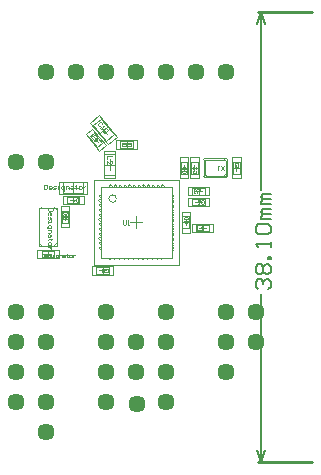
<source format=gbs>
G04 Layer_Color=16711935*
%FSAX25Y25*%
%MOIN*%
G70*
G01*
G75*
%ADD24C,0.01000*%
%ADD26C,0.00600*%
%ADD29C,0.00800*%
%ADD31C,0.00200*%
%ADD32C,0.00300*%
%ADD33C,0.00394*%
%ADD53C,0.05718*%
D24*
X0040700Y-0080000D02*
X0058700D01*
X0040700Y0070000D02*
X0058700D01*
D26*
X0040634Y-0022428D02*
X0039801Y-0021595D01*
Y-0019929D01*
X0040634Y-0019096D01*
X0041467D01*
X0042300Y-0019929D01*
Y-0020762D01*
Y-0019929D01*
X0043133Y-0019096D01*
X0043966D01*
X0044799Y-0019929D01*
Y-0021595D01*
X0043966Y-0022428D01*
X0040634Y-0017430D02*
X0039801Y-0016597D01*
Y-0014931D01*
X0040634Y-0014098D01*
X0041467D01*
X0042300Y-0014931D01*
X0043133Y-0014098D01*
X0043966D01*
X0044799Y-0014931D01*
Y-0016597D01*
X0043966Y-0017430D01*
X0043133D01*
X0042300Y-0016597D01*
X0041467Y-0017430D01*
X0040634D01*
X0042300Y-0016597D02*
Y-0014931D01*
X0044799Y-0012431D02*
X0043966D01*
Y-0011598D01*
X0044799D01*
Y-0012431D01*
Y-0008266D02*
Y-0006600D01*
Y-0007433D01*
X0039801D01*
X0040634Y-0008266D01*
Y-0004101D02*
X0039801Y-0003268D01*
Y-0001602D01*
X0040634Y-0000769D01*
X0043966D01*
X0044799Y-0001602D01*
Y-0003268D01*
X0043966Y-0004101D01*
X0040634D01*
X0044799Y0000898D02*
X0041467D01*
Y0001731D01*
X0042300Y0002564D01*
X0044799D01*
X0042300D01*
X0041467Y0003397D01*
X0042300Y0004230D01*
X0044799D01*
Y0005896D02*
X0041467D01*
Y0006729D01*
X0042300Y0007562D01*
X0044799D01*
X0042300D01*
X0041467Y0008395D01*
X0042300Y0009228D01*
X0044799D01*
D29*
X0041700Y-0080000D02*
Y-0024028D01*
Y0010828D02*
Y0070000D01*
Y-0080000D02*
X0043033Y-0076000D01*
X0040367D02*
X0041700Y-0080000D01*
X0040367Y0066000D02*
X0041700Y0070000D01*
X0043033Y0066000D01*
D31*
X-0031471Y-0010483D02*
X-0031467Y-0011683D01*
X-0030867Y-0011681D01*
X-0030668Y-0011480D01*
X-0030670Y-0010680D01*
X-0030871Y-0010481D01*
X-0031471Y-0010483D01*
X-0029667Y-0011677D02*
X-0030067Y-0011678D01*
X-0030268Y-0011479D01*
X-0030269Y-0011079D01*
X-0030070Y-0010878D01*
X-0029670Y-0010877D01*
X-0029470Y-0011076D01*
X-0029469Y-0011276D01*
X-0030269Y-0011279D01*
X-0029068Y-0011675D02*
X-0028468Y-0011673D01*
X-0028269Y-0011472D01*
X-0028469Y-0011273D01*
X-0028869Y-0011274D01*
X-0029070Y-0011075D01*
X-0028870Y-0010874D01*
X-0028271Y-0010872D01*
X-0027868Y-0011671D02*
X-0027468Y-0011670D01*
X-0027668Y-0011670D01*
X-0027671Y-0010870D01*
X-0027871Y-0010871D01*
X-0026467Y-0012066D02*
X-0026267Y-0012065D01*
X-0026068Y-0011865D01*
X-0026071Y-0010865D01*
X-0026671Y-0010867D01*
X-0026870Y-0011068D01*
X-0026869Y-0011468D01*
X-0026669Y-0011667D01*
X-0026069Y-0011665D01*
X-0025669Y-0011664D02*
X-0025671Y-0010864D01*
X-0025072Y-0010862D01*
X-0024871Y-0011061D01*
X-0024869Y-0011661D01*
X-0024272Y-0010859D02*
X-0023872Y-0010858D01*
X-0023672Y-0011057D01*
X-0023670Y-0011657D01*
X-0024269Y-0011659D01*
X-0024470Y-0011460D01*
X-0024271Y-0011259D01*
X-0023671Y-0011257D01*
X-0023073Y-0010655D02*
X-0023072Y-0010855D01*
X-0023272Y-0010856D01*
X-0022872Y-0010855D01*
X-0023072Y-0010855D01*
X-0023070Y-0011455D01*
X-0022870Y-0011654D01*
X-0022070Y-0011652D02*
X-0021670Y-0011650D01*
X-0021471Y-0011450D01*
X-0021472Y-0011050D01*
X-0021673Y-0010851D01*
X-0022073Y-0010852D01*
X-0022272Y-0011052D01*
X-0022271Y-0011452D01*
X-0022070Y-0011652D01*
X-0021073Y-0010849D02*
X-0021070Y-0011648D01*
X-0021072Y-0011248D01*
X-0020872Y-0011048D01*
X-0020673Y-0010847D01*
X-0020473Y-0010847D01*
X-0004100Y0026300D02*
X-0004300Y0026500D01*
X-0004700D01*
X-0004900Y0026300D01*
Y0025500D01*
X-0004700Y0025300D01*
X-0004300D01*
X-0004100Y0025500D01*
X-0003700Y0025300D02*
X-0003300D01*
X-0003500D01*
Y0026500D01*
X-0003700Y0026300D01*
X-0002701D02*
X-0002501Y0026500D01*
X-0002101D01*
X-0001901Y0026300D01*
Y0026100D01*
X-0002101Y0025900D01*
X-0002301D01*
X-0002101D01*
X-0001901Y0025700D01*
Y0025500D01*
X-0002101Y0025300D01*
X-0002501D01*
X-0002701Y0025500D01*
X-0014131Y0029108D02*
X-0015049Y0028337D01*
X-0014536Y0027724D01*
X-0013513Y0028060D02*
X-0013231Y0028036D01*
X-0012974Y0027729D01*
X-0012999Y0027448D01*
X-0013152Y0027319D01*
X-0013433Y0027344D01*
X-0013562Y0027497D01*
X-0013433Y0027344D01*
X-0013458Y0027062D01*
X-0013611Y0026934D01*
X-0013893Y0026958D01*
X-0014150Y0027264D01*
X-0014125Y0027546D01*
X0020400Y-0001400D02*
Y-0002600D01*
X0021200D01*
X0021600D02*
X0022000D01*
X0021800D01*
Y-0001400D01*
X0021600Y-0001600D01*
X-0023400Y0002700D02*
X-0023200Y0002900D01*
Y0003300D01*
X-0023400Y0003500D01*
X-0024200D01*
X-0024400Y0003300D01*
Y0002900D01*
X-0024200Y0002700D01*
X-0024400Y0002300D02*
Y0001901D01*
Y0002101D01*
X-0023200D01*
X-0023400Y0002300D01*
X-0024400Y0001301D02*
Y0000901D01*
Y0001101D01*
X-0023200D01*
X-0023400Y0001301D01*
X0015500Y0017200D02*
X0015300Y0017000D01*
Y0016601D01*
X0015500Y0016401D01*
X0016299D01*
X0016499Y0016601D01*
Y0017000D01*
X0016299Y0017200D01*
X0015500Y0017600D02*
X0015300Y0017800D01*
Y0018200D01*
X0015500Y0018400D01*
X0015700D01*
X0015900Y0018200D01*
X0016100Y0018400D01*
X0016299D01*
X0016499Y0018200D01*
Y0017800D01*
X0016299Y0017600D01*
X0016100D01*
X0015900Y0017800D01*
X0015700Y0017600D01*
X0015500D01*
X0015900Y0017800D02*
Y0018200D01*
X0019900Y0010700D02*
X0019700Y0010900D01*
X0019300D01*
X0019100Y0010700D01*
Y0009900D01*
X0019300Y0009700D01*
X0019700D01*
X0019900Y0009900D01*
X0020300Y0010900D02*
X0021099D01*
Y0010700D01*
X0020300Y0009900D01*
Y0009700D01*
X0021700Y0006400D02*
X0021900Y0006200D01*
X0022300D01*
X0022500Y0006400D01*
Y0007200D01*
X0022300Y0007400D01*
X0021900D01*
X0021700Y0007200D01*
X0020501Y0006200D02*
X0020900Y0006400D01*
X0021300Y0006800D01*
Y0007200D01*
X0021101Y0007400D01*
X0020701D01*
X0020501Y0007200D01*
Y0007000D01*
X0020701Y0006800D01*
X0021300D01*
X-0010300Y-0016500D02*
X-0010100Y-0016700D01*
X-0009700D01*
X-0009500Y-0016500D01*
Y-0015700D01*
X-0009700Y-0015500D01*
X-0010100D01*
X-0010300Y-0015700D01*
X-0011499Y-0016700D02*
X-0010700D01*
Y-0016100D01*
X-0011100Y-0016300D01*
X-0011299D01*
X-0011499Y-0016100D01*
Y-0015700D01*
X-0011299Y-0015500D01*
X-0010900D01*
X-0010700Y-0015700D01*
X-0020100Y0007000D02*
X-0019900Y0006800D01*
X-0019500D01*
X-0019300Y0007000D01*
Y0007800D01*
X-0019500Y0008000D01*
X-0019900D01*
X-0020100Y0007800D01*
X-0021099Y0008000D02*
Y0006800D01*
X-0020500Y0007400D01*
X-0021299D01*
X0016900Y0000900D02*
X0017100Y0001100D01*
Y0001500D01*
X0016900Y0001700D01*
X0016100D01*
X0015900Y0001500D01*
Y0001100D01*
X0016100Y0000900D01*
X0016900Y0000500D02*
X0017100Y0000301D01*
Y-0000099D01*
X0016900Y-0000299D01*
X0016700D01*
X0016500Y-0000099D01*
Y0000100D01*
Y-0000099D01*
X0016300Y-0000299D01*
X0016100D01*
X0015900Y-0000099D01*
Y0000301D01*
X0016100Y0000500D01*
X0019000Y0017200D02*
X0018800Y0017000D01*
Y0016601D01*
X0019000Y0016401D01*
X0019799D01*
X0019999Y0016601D01*
Y0017000D01*
X0019799Y0017200D01*
X0019999Y0018400D02*
Y0017600D01*
X0019200Y0018400D01*
X0019000D01*
X0018800Y0018200D01*
Y0017800D01*
X0019000Y0017600D01*
X0033799Y0019001D02*
X0033999Y0019201D01*
Y0019601D01*
X0033799Y0019801D01*
X0032999D01*
X0032799Y0019601D01*
Y0019201D01*
X0032999Y0019001D01*
X0032799Y0018601D02*
Y0018201D01*
Y0018401D01*
X0033999D01*
X0033799Y0018601D01*
D32*
X-0027900Y0004799D02*
X-0029400D01*
Y0004050D01*
X-0029150Y0003799D01*
X-0028150D01*
X-0027900Y0004050D01*
Y0004799D01*
X-0029400Y0002550D02*
Y0003050D01*
X-0029150Y0003300D01*
X-0028650D01*
X-0028400Y0003050D01*
Y0002550D01*
X-0028650Y0002300D01*
X-0028900D01*
Y0003300D01*
X-0029400Y0001800D02*
Y0001050D01*
X-0029150Y0000800D01*
X-0028900Y0001050D01*
Y0001550D01*
X-0028650Y0001800D01*
X-0028400Y0001550D01*
Y0000800D01*
X-0029400Y0000301D02*
Y-0000199D01*
Y0000051D01*
X-0028400D01*
Y0000301D01*
X-0029900Y-0001449D02*
Y-0001699D01*
X-0029650Y-0001949D01*
X-0028400D01*
Y-0001199D01*
X-0028650Y-0000949D01*
X-0029150D01*
X-0029400Y-0001199D01*
Y-0001949D01*
Y-0002448D02*
X-0028400D01*
Y-0003198D01*
X-0028650Y-0003448D01*
X-0029400D01*
X-0028400Y-0004198D02*
Y-0004698D01*
X-0028650Y-0004948D01*
X-0029400D01*
Y-0004198D01*
X-0029150Y-0003948D01*
X-0028900Y-0004198D01*
Y-0004948D01*
X-0028150Y-0005697D02*
X-0028400D01*
Y-0005447D01*
Y-0005947D01*
Y-0005697D01*
X-0029150D01*
X-0029400Y-0005947D01*
Y-0006947D02*
Y-0007447D01*
X-0029150Y-0007697D01*
X-0028650D01*
X-0028400Y-0007447D01*
Y-0006947D01*
X-0028650Y-0006697D01*
X-0029150D01*
X-0029400Y-0006947D01*
X-0028400Y-0008197D02*
X-0029400D01*
X-0028900D01*
X-0028650Y-0008447D01*
X-0028400Y-0008697D01*
Y-0008946D01*
X-0030715Y0012472D02*
Y0010973D01*
X-0029965D01*
X-0029715Y0011223D01*
Y0012223D01*
X-0029965Y0012472D01*
X-0030715D01*
X-0028466Y0010973D02*
X-0028965D01*
X-0029215Y0011223D01*
Y0011723D01*
X-0028965Y0011973D01*
X-0028466D01*
X-0028216Y0011723D01*
Y0011473D01*
X-0029215D01*
X-0027716Y0010973D02*
X-0026966D01*
X-0026716Y0011223D01*
X-0026966Y0011473D01*
X-0027466D01*
X-0027716Y0011723D01*
X-0027466Y0011973D01*
X-0026716D01*
X-0026216Y0010973D02*
X-0025716D01*
X-0025966D01*
Y0011973D01*
X-0026216D01*
X-0024467Y0010473D02*
X-0024217D01*
X-0023967Y0010723D01*
Y0011973D01*
X-0024717D01*
X-0024967Y0011723D01*
Y0011223D01*
X-0024717Y0010973D01*
X-0023967D01*
X-0023467D02*
Y0011973D01*
X-0022717D01*
X-0022467Y0011723D01*
Y0010973D01*
X-0021718Y0011973D02*
X-0021218D01*
X-0020968Y0011723D01*
Y0010973D01*
X-0021718D01*
X-0021968Y0011223D01*
X-0021718Y0011473D01*
X-0020968D01*
X-0020218Y0012223D02*
Y0011973D01*
X-0020468D01*
X-0019968D01*
X-0020218D01*
Y0011223D01*
X-0019968Y0010973D01*
X-0018969D02*
X-0018469D01*
X-0018219Y0011223D01*
Y0011723D01*
X-0018469Y0011973D01*
X-0018969D01*
X-0019218Y0011723D01*
Y0011223D01*
X-0018969Y0010973D01*
X-0017719Y0011973D02*
Y0010973D01*
Y0011473D01*
X-0017469Y0011723D01*
X-0017219Y0011973D01*
X-0016969D01*
X0029155Y0017389D02*
X0028156Y0018888D01*
Y0017389D02*
X0029155Y0018888D01*
X0027656D02*
X0027156D01*
X0027406D01*
Y0017389D01*
X0027656Y0017639D01*
X-0004331Y0000712D02*
Y-0000538D01*
X-0004081Y-0000787D01*
X-0003581D01*
X-0003331Y-0000538D01*
Y0000712D01*
X-0002831Y-0000787D02*
X-0002331D01*
X-0002581D01*
Y0000712D01*
X-0002831Y0000462D01*
X-0008188Y0021976D02*
X-0009687D01*
Y0020977D01*
Y0019477D02*
Y0020477D01*
X-0008688Y0019477D01*
X-0008438D01*
X-0008188Y0019727D01*
Y0020227D01*
X-0008438Y0020477D01*
X-0011358Y0032565D02*
X-0011327Y0032917D01*
X-0011648Y0033300D01*
X-0012000Y0033331D01*
X-0012766Y0032688D01*
X-0012797Y0032336D01*
X-0012476Y0031953D01*
X-0012124Y0031922D01*
X-0011994Y0031379D02*
X-0011672Y0030996D01*
X-0011833Y0031187D01*
X-0010684Y0032151D01*
X-0011037Y0032182D01*
X-0010233Y0031225D02*
X-0009881Y0031194D01*
X-0009560Y0030811D01*
X-0009591Y0030459D01*
X-0010357Y0029816D01*
X-0010709Y0029847D01*
X-0011030Y0030230D01*
X-0010999Y0030582D01*
X-0010233Y0031225D01*
D33*
X0022856Y0014951D02*
G03*
X0022462Y0015345I-0000394J0000000D01*
G01*
Y0020857D02*
G03*
X0022856Y0021250I0000000J0000394D01*
G01*
X0029943D02*
G03*
X0030336Y0020857I0000394J0000000D01*
G01*
Y0015345D02*
G03*
X0029943Y0014951I0000000J-0000394D01*
G01*
X0023368Y0020739D02*
G03*
X0022974Y0020345I0000000J-0000394D01*
G01*
X0029825D02*
G03*
X0029431Y0020739I-0000394J0000000D01*
G01*
X0022974Y0015857D02*
G03*
X0023368Y0015463I0000394J0000000D01*
G01*
X0029431D02*
G03*
X0029825Y0015857I0000000J0000394D01*
G01*
X-0012090Y0007564D02*
G03*
X-0012090Y0006814I0000000J-0000375D01*
G01*
Y0005990D02*
G03*
X-0012090Y0005240I0000000J-0000375D01*
G01*
Y0004415D02*
G03*
X-0012090Y0003665I0000000J-0000375D01*
G01*
Y0002840D02*
G03*
X-0012090Y0002090I0000000J-0000375D01*
G01*
Y0001265D02*
G03*
X-0012090Y0000515I0000000J-0000375D01*
G01*
Y-0000310D02*
G03*
X-0012090Y-0001060I0000000J-0000375D01*
G01*
Y-0001884D02*
G03*
X-0012090Y-0002634I0000000J-0000375D01*
G01*
Y-0003459D02*
G03*
X-0012090Y-0004209I0000000J-0000375D01*
G01*
Y-0005034D02*
G03*
X-0012090Y-0005784I0000000J-0000375D01*
G01*
Y-0006609D02*
G03*
X-0012090Y-0007359I0000000J-0000375D01*
G01*
Y-0008184D02*
G03*
X-0012090Y-0008934I0000000J-0000375D01*
G01*
Y0009139D02*
G03*
X-0012090Y0008389I0000000J-0000375D01*
G01*
X-0006615Y0007874D02*
G03*
X-0006615Y0007874I-0001259J0000000D01*
G01*
X-0009139Y-0012090D02*
G03*
X-0008389Y-0012090I0000375J0000000D01*
G01*
X0008184D02*
G03*
X0008934Y-0012090I0000375J0000000D01*
G01*
X0006609D02*
G03*
X0007359Y-0012090I0000375J0000000D01*
G01*
X0005034D02*
G03*
X0005784Y-0012090I0000375J0000000D01*
G01*
X0003459Y-0012090D02*
G03*
X0004209Y-0012090I0000375J0000000D01*
G01*
X0001884D02*
G03*
X0002634Y-0012090I0000375J0000000D01*
G01*
X0000310D02*
G03*
X0001060Y-0012090I0000375J0000000D01*
G01*
X-0001265Y-0012090D02*
G03*
X-0000515Y-0012090I0000375J0000000D01*
G01*
X-0002840Y-0012090D02*
G03*
X-0002090Y-0012090I0000375J0000000D01*
G01*
X-0004415Y-0012090D02*
G03*
X-0003665Y-0012090I0000375J0000000D01*
G01*
X-0005990D02*
G03*
X-0005240Y-0012090I0000375J0000000D01*
G01*
X-0007564D02*
G03*
X-0006814Y-0012090I0000375J0000000D01*
G01*
X0012090Y-0009139D02*
G03*
X0012090Y-0008389I0000000J0000375D01*
G01*
Y0008184D02*
G03*
X0012090Y0008934I0000000J0000375D01*
G01*
Y0006609D02*
G03*
X0012090Y0007359I0000000J0000375D01*
G01*
Y0005034D02*
G03*
X0012090Y0005784I0000000J0000375D01*
G01*
X0012090Y0003459D02*
G03*
X0012090Y0004209I0000000J0000375D01*
G01*
Y0001884D02*
G03*
X0012090Y0002634I0000000J0000375D01*
G01*
Y0000310D02*
G03*
X0012090Y0001060I0000000J0000375D01*
G01*
X0012090Y-0001265D02*
G03*
X0012090Y-0000515I0000000J0000375D01*
G01*
X0012090Y-0002840D02*
G03*
X0012090Y-0002090I0000000J0000375D01*
G01*
X0012090Y-0004415D02*
G03*
X0012090Y-0003665I0000000J0000375D01*
G01*
Y-0005990D02*
G03*
X0012090Y-0005240I0000000J0000375D01*
G01*
Y-0007564D02*
G03*
X0012090Y-0006814I0000000J0000375D01*
G01*
X0009139Y0012090D02*
G03*
X0008389Y0012090I-0000375J0000000D01*
G01*
X-0008184D02*
G03*
X-0008934Y0012090I-0000375J0000000D01*
G01*
X-0006609D02*
G03*
X-0007359Y0012090I-0000375J0000000D01*
G01*
X-0005034D02*
G03*
X-0005784Y0012090I-0000375J0000000D01*
G01*
X-0003459Y0012090D02*
G03*
X-0004209Y0012090I-0000375J0000000D01*
G01*
X-0001884D02*
G03*
X-0002634Y0012090I-0000375J0000000D01*
G01*
X-0000310D02*
G03*
X-0001060Y0012090I-0000375J0000000D01*
G01*
X0001265Y0012090D02*
G03*
X0000515Y0012090I-0000375J0000000D01*
G01*
X0002840Y0012090D02*
G03*
X0002090Y0012090I-0000375J0000000D01*
G01*
X0004415Y0012090D02*
G03*
X0003665Y0012090I-0000375J0000000D01*
G01*
X0005990D02*
G03*
X0005240Y0012090I-0000375J0000000D01*
G01*
X0007564D02*
G03*
X0006814Y0012090I-0000375J0000000D01*
G01*
X-0017653Y0009728D02*
Y0013272D01*
X-0024347Y0009728D02*
Y0013272D01*
Y0009728D02*
X-0017653D01*
X-0024347Y0013272D02*
X-0017653D01*
X-0005267Y0024817D02*
X-0001133D01*
X-0005267Y0026983D02*
X-0001133D01*
Y0024817D02*
Y0026983D01*
X-0005267Y0024817D02*
Y0026983D01*
X-0032353Y-0007799D02*
Y0004799D01*
X-0026447D01*
Y-0007799D02*
Y0004799D01*
X-0032353Y-0007799D02*
X-0026447D01*
X0030336Y0015345D02*
Y0020857D01*
X0022856Y0021250D02*
X0029943D01*
X0022462Y0015345D02*
Y0020857D01*
X0022856Y0014951D02*
X0029943D01*
X0023368Y0020739D02*
X0029431D01*
X0023368Y0015463D02*
X0029431D01*
X0029825Y0015857D02*
Y0020345D01*
X0022974Y0015857D02*
Y0020345D01*
X-0011811Y-0011811D02*
X0011811D01*
X-0011811Y0011811D02*
X0011811D01*
Y-0011811D02*
Y0011811D01*
X-0012090Y0006814D02*
X-0011811D01*
X-0012090Y0007564D02*
X-0011811D01*
X-0012090Y0005240D02*
X-0011811D01*
X-0012090Y0005990D02*
X-0011811D01*
X-0012090Y0003665D02*
X-0011811D01*
X-0012090Y0004415D02*
X-0011811D01*
X-0012090Y0002090D02*
X-0011811D01*
X-0012090Y0002840D02*
X-0011811D01*
X-0012090Y0000515D02*
X-0011811D01*
X-0012090Y0001265D02*
X-0011811D01*
X-0012090Y-0001060D02*
X-0011811D01*
X-0012090Y-0000310D02*
X-0011811D01*
X-0012090Y-0002634D02*
X-0011811D01*
X-0012090Y-0001884D02*
X-0011811D01*
X-0012090Y-0004209D02*
X-0011811D01*
X-0012090Y-0003459D02*
X-0011811D01*
X-0012090Y-0005784D02*
X-0011811D01*
X-0012090Y-0005034D02*
X-0011811D01*
X-0012090Y-0007359D02*
X-0011811D01*
X-0012090Y-0006609D02*
X-0011811D01*
X-0012090Y-0008934D02*
X-0011811D01*
X-0012090Y-0008184D02*
X-0011811D01*
X-0012090Y0008389D02*
X-0011811D01*
X-0012090Y0009139D02*
X-0011811D01*
X-0011811Y-0011811D02*
Y0011811D01*
X-0009139Y-0012090D02*
Y-0011811D01*
X-0008389Y-0012090D02*
Y-0011811D01*
X0008184Y-0012090D02*
Y-0011811D01*
X0008934Y-0012090D02*
Y-0011811D01*
X0006609Y-0012090D02*
Y-0011811D01*
X0007359Y-0012090D02*
Y-0011811D01*
X0005034Y-0012090D02*
Y-0011811D01*
X0005784Y-0012090D02*
Y-0011811D01*
X0003459Y-0012090D02*
Y-0011811D01*
X0004209Y-0012090D02*
Y-0011811D01*
X0001884Y-0012090D02*
Y-0011811D01*
X0002634D02*
X0002634Y-0012090D01*
X0000310Y-0012090D02*
Y-0011811D01*
X0001060Y-0012090D02*
Y-0011811D01*
X-0001265Y-0012090D02*
Y-0011811D01*
X-0000515Y-0012090D02*
Y-0011811D01*
X-0002840Y-0012090D02*
X-0002840Y-0011811D01*
X-0002090Y-0012090D02*
Y-0011811D01*
X-0004415D02*
X-0004415Y-0012090D01*
X-0003665Y-0012090D02*
Y-0011811D01*
X-0005990Y-0012090D02*
Y-0011811D01*
X-0005240Y-0012090D02*
Y-0011811D01*
X-0007564D02*
X-0007564Y-0012090D01*
X-0006814Y-0012090D02*
Y-0011811D01*
X0011811Y-0009139D02*
X0012090D01*
X0011811Y-0008389D02*
X0012090D01*
X0011811Y0008184D02*
X0012090D01*
X0011811Y0008934D02*
X0012090D01*
X0011811Y0006609D02*
X0012090D01*
X0011811Y0007359D02*
X0012090D01*
X0011811Y0005034D02*
X0012090D01*
X0011811Y0005784D02*
X0012090D01*
X0011811Y0003459D02*
X0012090D01*
X0011811Y0004209D02*
X0012090D01*
X0011811Y0001884D02*
X0012090D01*
X0011811Y0002634D02*
X0012090Y0002634D01*
X0011811Y0000310D02*
X0012090D01*
X0011811Y0001060D02*
X0012090D01*
X0011811Y-0001265D02*
X0012090D01*
X0011811Y-0000515D02*
X0012090D01*
X0011811Y-0002840D02*
X0012090Y-0002840D01*
X0011811Y-0002090D02*
X0012090D01*
X0011811Y-0004415D02*
X0012090Y-0004415D01*
X0011811Y-0003665D02*
X0012090D01*
X0011811Y-0005990D02*
X0012090D01*
X0011811Y-0005240D02*
X0012090D01*
X0011811Y-0007564D02*
X0012090Y-0007564D01*
X0011811Y-0006814D02*
X0012090D01*
X0009139Y0011811D02*
Y0012090D01*
X0008389Y0011811D02*
Y0012090D01*
X-0008184Y0011811D02*
Y0012090D01*
X-0008934Y0011811D02*
Y0012090D01*
X-0006609Y0011811D02*
Y0012090D01*
X-0007359Y0011811D02*
Y0012090D01*
X-0005034Y0011811D02*
Y0012090D01*
X-0005784Y0011811D02*
Y0012090D01*
X-0003459Y0011811D02*
Y0012090D01*
X-0004209Y0011811D02*
Y0012090D01*
X-0001884Y0011811D02*
Y0012090D01*
X-0002634Y0012090D02*
X-0002634Y0011811D01*
X-0000310D02*
Y0012090D01*
X-0001060Y0011811D02*
Y0012090D01*
X0001265Y0011811D02*
Y0012090D01*
X0000515Y0011811D02*
Y0012090D01*
X0002840Y0011811D02*
X0002840Y0012090D01*
X0002090Y0011811D02*
Y0012090D01*
X0004415Y0012090D02*
X0004415Y0011811D01*
X0003665D02*
Y0012090D01*
X0005990Y0011811D02*
Y0012090D01*
X0005240Y0011811D02*
Y0012090D01*
X0007564Y0012090D02*
X0007564Y0011811D01*
X0006814D02*
Y0012090D01*
X-0015655Y0028307D02*
X-0013996Y0029699D01*
X-0012998Y0025141D02*
X-0011339Y0026533D01*
X-0013996Y0029699D02*
X-0011339Y0026533D01*
X-0015655Y0028307D02*
X-0012998Y0025141D01*
X-0010672Y0015874D02*
Y0022567D01*
X-0007128Y0015874D02*
Y0022567D01*
X-0010672Y0015874D02*
X-0007128D01*
X-0010672Y0022567D02*
X-0007128D01*
X0020033Y-0003083D02*
Y-0000917D01*
X0024167Y-0003083D02*
Y-0000917D01*
X0020033D02*
X0024167D01*
X0020033Y-0003083D02*
X0024167D01*
X-0024883Y-0000267D02*
Y0003867D01*
X-0022717Y-0000267D02*
Y0003867D01*
X-0024883Y-0000267D02*
X-0022717D01*
X-0024883Y0003867D02*
X-0022717D01*
X-0014305Y0032245D02*
X-0011591Y0034522D01*
X-0010003Y0027118D02*
X-0007289Y0029395D01*
X-0011591Y0034522D02*
X-0007289Y0029395D01*
X-0014305Y0032245D02*
X-0010003Y0027118D01*
X0016982Y0016034D02*
Y0020168D01*
X0014817Y0016034D02*
Y0020168D01*
X0016982D01*
X0014817Y0016034D02*
X0016982D01*
X0018733Y0009217D02*
X0022867D01*
X0018733Y0011383D02*
X0022867D01*
Y0009217D02*
Y0011383D01*
X0018733Y0009217D02*
Y0011383D01*
Y0007883D02*
X0022867D01*
X0018733Y0005717D02*
X0022867D01*
X0018733D02*
Y0007883D01*
X0022867Y0005717D02*
Y0007883D01*
X-0013267Y-0015017D02*
X-0009133D01*
X-0013267Y-0017183D02*
X-0009133D01*
X-0013267D02*
Y-0015017D01*
X-0009133Y-0017183D02*
Y-0015017D01*
X-0023067Y0008483D02*
X-0018933D01*
X-0023067Y0006317D02*
X-0018933D01*
X-0023067D02*
Y0008483D01*
X-0018933Y0006317D02*
Y0008483D01*
X0015417Y-0002067D02*
Y0002067D01*
X0017583Y-0002067D02*
Y0002067D01*
X0015417Y-0002067D02*
X0017583D01*
X0015417Y0002067D02*
X0017583D01*
X0020482Y0016034D02*
Y0020168D01*
X0018317Y0016034D02*
Y0020168D01*
X0020482D01*
X0018317Y0016034D02*
X0020482D01*
X0032317D02*
Y0020168D01*
X0034482Y0016034D02*
Y0020168D01*
X0032317Y0016034D02*
X0034482D01*
X0032317Y0020168D02*
X0034482D01*
X-0031467Y-0009517D02*
X-0027333D01*
X-0031467Y-0011683D02*
X-0027333D01*
X-0031467D02*
Y-0009517D01*
X-0027333Y-0011683D02*
Y-0009517D01*
X-0026447Y-0007012D02*
G03*
X-0027235Y-0007799I-0000000J-0000787D01*
G01*
X-0031565D02*
G03*
X-0032353Y-0007012I-0000787J0000000D01*
G01*
X-0032353Y0004012D02*
G03*
X-0031565Y0004799I0000000J0000787D01*
G01*
X-0027235D02*
G03*
X-0026447Y0004012I0000787J0000000D01*
G01*
X-0022772Y0011500D02*
X-0019228D01*
X-0021000Y0009728D02*
Y0013272D01*
X-0025626Y0013468D02*
X-0016374D01*
X-0025626Y0009532D02*
X-0016374D01*
X-0025626D02*
Y0013468D01*
X-0016374Y0009532D02*
Y0013468D01*
X-0003200Y0024817D02*
Y0026983D01*
X-0004283Y0025900D02*
X-0002117D01*
X-0006743Y0024522D02*
Y0027278D01*
X0000343Y0024522D02*
Y0027278D01*
X-0006743D02*
X0000343D01*
X-0006743Y0024522D02*
X0000343D01*
X-0031565Y-0007799D02*
X-0027235D01*
X-0032353Y-0007012D02*
Y0004012D01*
X-0031565Y0004799D02*
X-0027235D01*
X-0026447Y-0007012D02*
Y0004012D01*
X0000000Y-0001969D02*
Y0001969D01*
X-0001969Y0000000D02*
X0001969D01*
X-0014173Y-0014173D02*
X0014173D01*
X-0014173Y0014173D02*
X0014173D01*
Y-0014173D02*
Y0014173D01*
X-0014173Y-0014173D02*
Y0014173D01*
X-0016830Y0029249D02*
X-0014719Y0031020D01*
X-0012275Y0023820D02*
X-0010164Y0025591D01*
X-0014719Y0031020D02*
X-0010164Y0025591D01*
X-0016830Y0029249D02*
X-0012275Y0023820D01*
X-0014193Y0028249D02*
X-0012801Y0026591D01*
X-0014327Y0026724D02*
X-0012668Y0028116D01*
X-0010672Y0019220D02*
X-0007128D01*
X-0008900Y0017449D02*
Y0020992D01*
X-0010869Y0023846D02*
X-0006932D01*
X-0010869Y0014594D02*
X-0006932D01*
Y0023846D01*
X-0010869Y0014594D02*
Y0023846D01*
X0018557Y-0003378D02*
Y-0000622D01*
X0025643Y-0003378D02*
Y-0000622D01*
X0018557D02*
X0025643D01*
X0018557Y-0003378D02*
X0025643D01*
X0021017Y-0002000D02*
X0023183D01*
X0022100Y-0003083D02*
Y-0000917D01*
X-0024883Y0001800D02*
X-0022717D01*
X-0023800Y0000717D02*
Y0002883D01*
X-0025178Y0005343D02*
X-0022422D01*
X-0025178Y-0001743D02*
X-0022422D01*
Y0005343D01*
X-0025178Y-0001743D02*
Y0005343D01*
X-0011936Y0032177D02*
X-0009658Y0029463D01*
X-0012154Y0029681D02*
X-0009440Y0031959D01*
X-0015279Y0033098D02*
X-0009332Y0026011D01*
X-0012263Y0035629D02*
X-0006316Y0028542D01*
X-0009332Y0026011D02*
X-0006316Y0028542D01*
X-0015279Y0033098D02*
X-0012263Y0035629D01*
X0014817Y0018101D02*
X0016982D01*
X0015899Y0017018D02*
Y0019183D01*
X0014521Y0014557D02*
X0017277D01*
X0014521Y0021644D02*
X0017277D01*
X0014521Y0014557D02*
Y0021644D01*
X0017277Y0014557D02*
Y0021644D01*
X0020800Y0009217D02*
Y0011383D01*
X0019717Y0010300D02*
X0021883D01*
X0017257Y0008922D02*
Y0011678D01*
X0024343Y0008922D02*
Y0011678D01*
X0017257D02*
X0024343D01*
X0017257Y0008922D02*
X0024343D01*
X0020800Y0005717D02*
Y0007883D01*
X0019717Y0006800D02*
X0021883D01*
X0024343Y0005422D02*
Y0008178D01*
X0017257Y0005422D02*
Y0008178D01*
Y0005422D02*
X0024343D01*
X0017257Y0008178D02*
X0024343D01*
X-0011200Y-0017183D02*
Y-0015017D01*
X-0012283Y-0016100D02*
X-0010117D01*
X-0007657Y-0017478D02*
Y-0014722D01*
X-0014743Y-0017478D02*
Y-0014722D01*
Y-0017478D02*
X-0007657D01*
X-0014743Y-0014722D02*
X-0007657D01*
X-0021000Y0006317D02*
Y0008483D01*
X-0022083Y0007400D02*
X-0019917D01*
X-0017457Y0006022D02*
Y0008778D01*
X-0024543Y0006022D02*
Y0008778D01*
Y0006022D02*
X-0017457D01*
X-0024543Y0008778D02*
X-0017457D01*
X0015417Y0000000D02*
X0017583D01*
X0016500Y-0001083D02*
Y0001083D01*
X0015122Y0003543D02*
X0017878D01*
X0015122Y-0003543D02*
X0017878D01*
Y0003543D01*
X0015122Y-0003543D02*
Y0003543D01*
X0018317Y0018101D02*
X0020482D01*
X0019399Y0017018D02*
Y0019183D01*
X0018021Y0014557D02*
X0020777D01*
X0018021Y0021644D02*
X0020777D01*
X0018021Y0014557D02*
Y0021644D01*
X0020777Y0014557D02*
Y0021644D01*
X0032317Y0018101D02*
X0034482D01*
X0033399Y0017018D02*
Y0019183D01*
X0032021Y0021644D02*
X0034777D01*
X0032021Y0014557D02*
X0034777D01*
Y0021644D01*
X0032021Y0014557D02*
Y0021644D01*
X-0029400Y-0011683D02*
Y-0009517D01*
X-0030483Y-0010600D02*
X-0028317D01*
X-0025857Y-0011978D02*
Y-0009222D01*
X-0032943Y-0011978D02*
Y-0009222D01*
Y-0011978D02*
X-0025857D01*
X-0032943Y-0009222D02*
X-0025857D01*
D53*
X-0040000Y0020000D02*
D03*
X-0030000D02*
D03*
X0030000Y-0050000D02*
D03*
X0010000Y-0060000D02*
D03*
X0040000Y-0030000D02*
D03*
X0030000D02*
D03*
Y-0040000D02*
D03*
X0040000D02*
D03*
X0010000Y-0050000D02*
D03*
Y-0040000D02*
D03*
Y-0030000D02*
D03*
X-0010000Y-0050000D02*
D03*
Y-0040000D02*
D03*
Y-0030000D02*
D03*
X-0030000Y-0070000D02*
D03*
Y-0060000D02*
D03*
X-0040000D02*
D03*
X-0030000Y-0050000D02*
D03*
X-0040000D02*
D03*
Y-0040000D02*
D03*
X-0030000D02*
D03*
Y-0030000D02*
D03*
X-0040000D02*
D03*
X0000289Y-0060664D02*
D03*
X0000000Y-0040000D02*
D03*
Y-0050000D02*
D03*
X-0010000Y-0060000D02*
D03*
X-0030000Y0050000D02*
D03*
X-0020000D02*
D03*
X-0010000D02*
D03*
X0000000D02*
D03*
X0010000D02*
D03*
X0020000D02*
D03*
X0030000D02*
D03*
M02*

</source>
